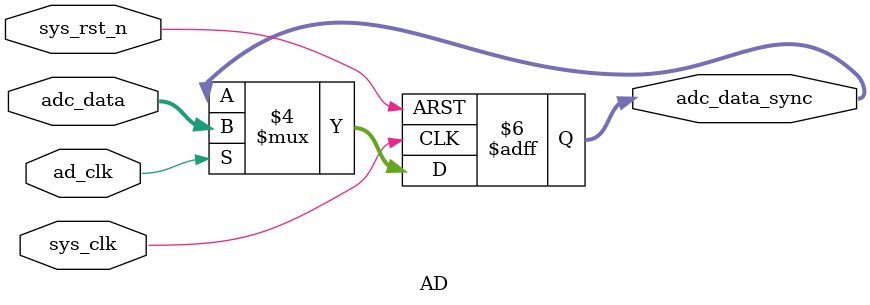
<source format=v>
`timescale 1ns / 1ps


module AD(
    input wire sys_clk,
    input wire ad_clk,
    input wire sys_rst_n,
    input wire [7:0] adc_data,
    output reg [7:0] adc_data_sync
    );

    //ADC采集
    always @(posedge sys_clk or negedge sys_rst_n) begin
        if(!sys_rst_n)
            adc_data_sync <= 8'd0;
        else if(ad_clk)
            adc_data_sync <= adc_data;
        else
            adc_data_sync <= adc_data_sync;
    end
endmodule

</source>
